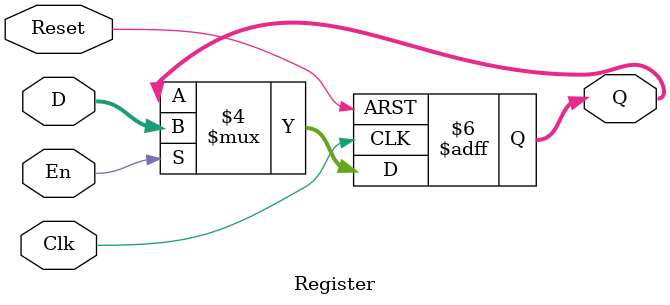
<source format=v>
module Register (D, Q, Clk, Reset, En);
	parameter n = 8;
	
	input [n-1:0] D;
	input Clk, Reset, En;
	output reg [n-1:0] Q;

	always @(posedge Clk or negedge Reset)
	begin
		if (!Reset) 
			Q <= 0;
		else if (En)
			Q <= D;
		else
			Q <= Q;
	end
endmodule
</source>
